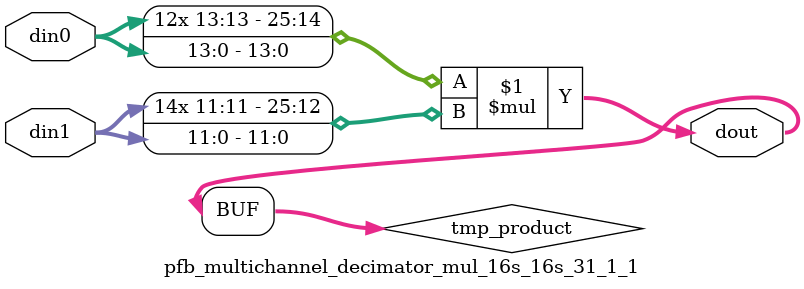
<source format=v>

`timescale 1 ns / 1 ps

  module pfb_multichannel_decimator_mul_16s_16s_31_1_1(din0, din1, dout);
parameter ID = 1;
parameter NUM_STAGE = 0;
parameter din0_WIDTH = 14;
parameter din1_WIDTH = 12;
parameter dout_WIDTH = 26;

input [din0_WIDTH - 1 : 0] din0; 
input [din1_WIDTH - 1 : 0] din1; 
output [dout_WIDTH - 1 : 0] dout;

wire signed [dout_WIDTH - 1 : 0] tmp_product;













assign tmp_product = $signed(din0) * $signed(din1);








assign dout = tmp_product;







endmodule

</source>
